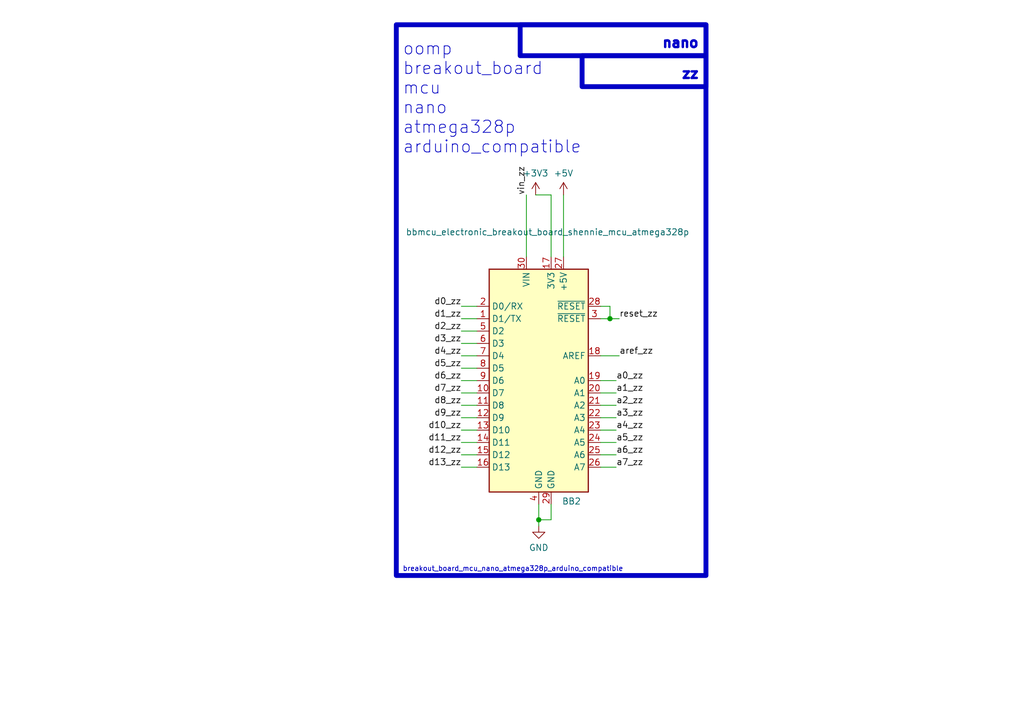
<source format=kicad_sch>
(kicad_sch (version 20230121) (generator eeschema)
  (paper "A5")
  (lib_symbols
    (symbol "oomlout_oomp_part_symbols:bbmcu_electronic_breakout_board_shennie_mcu_atmega328p_arduino_compatible"
      (property "Reference" "BB" (at -10.16 23.495 0))
      (property "Value" "bbmcu_electronic_breakout_board_shennie_mcu_atmega328p_arduino_compatible" (at 5.08 -24.13 0))
      (symbol "bbmcu_electronic_breakout_board_shennie_mcu_atmega328p_arduino_compatible_0_1"
        (rectangle (start -10.16 22.86) (end 10.16 -22.86) (stroke (width 0.254)) (fill (type background)))
      )
      (symbol "bbmcu_electronic_breakout_board_shennie_mcu_atmega328p_arduino_compatible_1_1"
        (pin bidirectional line (at -12.7 12.7 0) (length 2.54) (name "D1/TX") (number "1"))
        (pin bidirectional line (at -12.7 -2.54 0) (length 2.54) (name "D7") (number "10"))
        (pin bidirectional line (at -12.7 -5.08 0) (length 2.54) (name "D8") (number "11"))
        (pin bidirectional line (at -12.7 -7.62 0) (length 2.54) (name "D9") (number "12"))
        (pin bidirectional line (at -12.7 -10.16 0) (length 2.54) (name "D10") (number "13"))
        (pin bidirectional line (at -12.7 -12.7 0) (length 2.54) (name "D11") (number "14"))
        (pin bidirectional line (at -12.7 -15.24 0) (length 2.54) (name "D12") (number "15"))
        (pin bidirectional line (at -12.7 -17.78 0) (length 2.54) (name "D13") (number "16"))
        (pin power_out line (at 2.54 25.4 270) (length 2.54) (name "3V3") (number "17"))
        (pin input line (at 12.7 5.08 180) (length 2.54) (name "AREF") (number "18"))
        (pin bidirectional line (at 12.7 0 180) (length 2.54) (name "A0") (number "19"))
        (pin bidirectional line (at -12.7 15.24 0) (length 2.54) (name "D0/RX") (number "2"))
        (pin bidirectional line (at 12.7 -2.54 180) (length 2.54) (name "A1") (number "20"))
        (pin bidirectional line (at 12.7 -5.08 180) (length 2.54) (name "A2") (number "21"))
        (pin bidirectional line (at 12.7 -7.62 180) (length 2.54) (name "A3") (number "22"))
        (pin bidirectional line (at 12.7 -10.16 180) (length 2.54) (name "A4") (number "23"))
        (pin bidirectional line (at 12.7 -12.7 180) (length 2.54) (name "A5") (number "24"))
        (pin bidirectional line (at 12.7 -15.24 180) (length 2.54) (name "A6") (number "25"))
        (pin bidirectional line (at 12.7 -17.78 180) (length 2.54) (name "A7") (number "26"))
        (pin power_out line (at 5.08 25.4 270) (length 2.54) (name "+5V") (number "27"))
        (pin input line (at 12.7 15.24 180) (length 2.54) (name "~{RESET}") (number "28"))
        (pin power_in line (at 2.54 -25.4 90) (length 2.54) (name "GND") (number "29"))
        (pin input line (at 12.7 12.7 180) (length 2.54) (name "~{RESET}") (number "3"))
        (pin power_in line (at -2.54 25.4 270) (length 2.54) (name "VIN") (number "30"))
        (pin power_in line (at 0 -25.4 90) (length 2.54) (name "GND") (number "4"))
        (pin bidirectional line (at -12.7 10.16 0) (length 2.54) (name "D2") (number "5"))
        (pin bidirectional line (at -12.7 7.62 0) (length 2.54) (name "D3") (number "6"))
        (pin bidirectional line (at -12.7 5.08 0) (length 2.54) (name "D4") (number "7"))
        (pin bidirectional line (at -12.7 2.54 0) (length 2.54) (name "D5") (number "8"))
        (pin bidirectional line (at -12.7 0 0) (length 2.54) (name "D6") (number "9"))
      )
    )
    (symbol "power:+3V3" (power) (pin_names (offset 0))
      (property "Value" "+3V3" (at 0 3.556 0))
      (symbol "+3V3_0_1"
        (polyline (pts (xy -0.762 1.27) (xy 0 2.54)))
        (polyline (pts (xy 0 0) (xy 0 2.54)))
        (polyline (pts (xy 0 2.54) (xy 0.762 1.27)))
      )
      (symbol "+3V3_1_1"
        (pin power_in line (at 0 0 90) (length 0) hide (name "+3V3") (number "1"))
      )
    )
    (symbol "power:+5V" (power) (pin_names (offset 0))
      (property "Value" "+5V" (at 0 3.556 0))
      (symbol "+5V_0_1"
        (polyline (pts (xy -0.762 1.27) (xy 0 2.54)))
        (polyline (pts (xy 0 0) (xy 0 2.54)))
        (polyline (pts (xy 0 2.54) (xy 0.762 1.27)))
      )
      (symbol "+5V_1_1"
        (pin power_in line (at 0 0 90) (length 0) hide (name "+5V") (number "1"))
      )
    )
    (symbol "power:GND" (power) (pin_names (offset 0))
      (property "Value" "GND" (at 0 -3.81 0))
      (symbol "GND_0_1"
        (polyline (pts (xy 0 0) (xy 0 -1.27) (xy 1.27 -1.27) (xy 0 -2.54) (xy -1.27 -1.27) (xy 0 -1.27)))
      )
      (symbol "GND_1_1"
        (pin power_in line (at 0 0 270) (length 0) hide (name "GND") (number "1"))
      )
    )
  )
  (junction (at 125.095 65.405))
  (junction (at 110.49 106.68))
  (wire (pts (xy 94.615 95.885) (xy 97.79 95.885)))
  (wire (pts (xy 107.95 40.005) (xy 107.95 52.705)))
  (wire (pts (xy 94.615 85.725) (xy 97.79 85.725)))
  (wire (pts (xy 94.615 93.345) (xy 97.79 93.345)))
  (wire (pts (xy 94.615 75.565) (xy 97.79 75.565)))
  (wire (pts (xy 123.19 85.725) (xy 126.365 85.725)))
  (wire (pts (xy 113.03 40.005) (xy 113.03 52.705)))
  (wire (pts (xy 94.615 73.025) (xy 97.79 73.025)))
  (wire (pts (xy 113.03 103.505) (xy 113.03 106.68)))
  (wire (pts (xy 123.19 83.185) (xy 126.365 83.185)))
  (wire (pts (xy 110.49 106.68) (xy 110.49 107.95)))
  (wire (pts (xy 110.49 103.505) (xy 110.49 106.68)))
  (wire (pts (xy 123.19 73.025) (xy 127 73.025)))
  (wire (pts (xy 94.615 67.945) (xy 97.79 67.945)))
  (wire (pts (xy 115.57 40.005) (xy 115.57 52.705)))
  (wire (pts (xy 109.855 40.005) (xy 113.03 40.005)))
  (wire (pts (xy 94.615 88.265) (xy 97.79 88.265)))
  (wire (pts (xy 125.095 62.865) (xy 125.095 65.405)))
  (wire (pts (xy 123.19 88.265) (xy 126.365 88.265)))
  (wire (pts (xy 123.19 62.865) (xy 125.095 62.865)))
  (wire (pts (xy 94.615 90.805) (xy 97.79 90.805)))
  (wire (pts (xy 123.19 80.645) (xy 126.365 80.645)))
  (wire (pts (xy 94.615 62.865) (xy 97.79 62.865)))
  (wire (pts (xy 123.19 78.105) (xy 126.365 78.105)))
  (wire (pts (xy 123.19 93.345) (xy 126.365 93.345)))
  (wire (pts (xy 125.095 65.405) (xy 123.19 65.405)))
  (wire (pts (xy 94.615 78.105) (xy 97.79 78.105)))
  (wire (pts (xy 125.095 65.405) (xy 127 65.405)))
  (wire (pts (xy 94.615 80.645) (xy 97.79 80.645)))
  (wire (pts (xy 123.19 90.805) (xy 126.365 90.805)))
  (wire (pts (xy 123.19 95.885) (xy 126.365 95.885)))
  (wire (pts (xy 94.615 70.485) (xy 97.79 70.485)))
  (wire (pts (xy 94.615 65.405) (xy 97.79 65.405)))
  (wire (pts (xy 94.615 83.185) (xy 97.79 83.185)))
  (wire (pts (xy 113.03 106.68) (xy 110.49 106.68)))
  (rectangle (start 119.38 11.43) (end 144.78 17.78) (stroke (width 1)))
  (rectangle (start 106.68 5.08) (end 144.78 11.43) (stroke (width 1)))
  (rectangle (start 81.28 5.08) (end 144.78 118.11) (stroke (width 1)))
  (text "oomp\nbreakout_board\nmcu\nnano\natmega328p\narduino_compatible" (at 82.55 31.75 0) (effects (font (size 2.5 2.5)) (justify left bottom)))
  (text "breakout_board_mcu_nano_atmega328p_arduino_compatible" (at 82.55 117.475 0) (effects (font (size 1 1)) (justify left bottom)))
  (text "nano\n" (at 143.51 10.16 0) (effects (font (size 2 2) (thickness 0.8) bold) (justify right bottom)))
  (text "zz" (at 143.51 16.51 0) (effects (font (size 2 2) (thickness 0.8) bold) (justify right bottom)))
  (label "aref_zz" (at 127 73.025 0))
  (label "d1_zz" (at 94.615 65.405 180))
  (label "d3_zz" (at 94.615 70.485 180))
  (label "d10_zz" (at 94.615 88.265 180))
  (label "a5_zz" (at 126.365 90.805 0))
  (label "a0_zz" (at 126.365 78.105 0))
  (label "d11_zz" (at 94.615 90.805 180))
  (label "a1_zz" (at 126.365 80.645 0))
  (label "a6_zz" (at 126.365 93.345 0))
  (label "d5_zz" (at 94.615 75.565 180))
  (label "d9_zz" (at 94.615 85.725 180))
  (label "d12_zz" (at 94.615 93.345 180))
  (label "d4_zz" (at 94.615 73.025 180))
  (label "a4_zz" (at 126.365 88.265 0))
  (label "a7_zz" (at 126.365 95.885 0))
  (label "d8_zz" (at 94.615 83.185 180))
  (label "d0_zz" (at 94.615 62.865 180))
  (label "d6_zz" (at 94.615 78.105 180))
  (label "vin_zz" (at 107.95 40.005 90))
  (label "d2_zz" (at 94.615 67.945 180))
  (label "a3_zz" (at 126.365 85.725 0))
  (label "d7_zz" (at 94.615 80.645 180))
  (label "d13_zz" (at 94.615 95.885 180))
  (label "reset_zz" (at 127 65.405 0))
  (label "a2_zz" (at 126.365 83.185 0))
  (symbol (lib_id "power:GND") (at 110.49 107.95 0) (unit 1)
    (property "Reference" "#PWR02" (effects hide))
    (property "Value" "GND" (at 110.49 112.395 0))
  )
  (symbol (lib_id "power:+5V") (at 115.57 40.005 0) (unit 1)
    (property "Reference" "#PWR03" (effects hide))
    (property "Value" "+5V" (at 115.57 35.56 0))
  )
  (symbol (lib_id "power:+3V3") (at 109.855 40.005 0) (unit 1)
    (property "Reference" "#PWR04" (effects hide))
    (property "Value" "+3V3" (at 109.855 35.56 0))
  )
  (symbol (lib_id "oomlout_oomp_part_symbols:bbmcu_electronic_breakout_board_shennie_mcu_atmega328p_arduino_compatible") (at 110.49 78.105 0) (unit 1)
    (property "Reference" "BB2" (at 115.2241 102.87 0) (effects (justify left)))
    (property "Value" "bbmcu_electronic_breakout_board_shennie_mcu_atmega328p" (at 83.185 47.625 0) (effects (justify left)))
    (property "Footprint" "oomlout_oomp_part_footprints:bbmcu_electronic_breakout_board_shennie_mcu_atmega328p_arduino_compatible" (effects hide))
    (property "Datasheet" "https://github.com/oomlout/oomlout_oomp_v3/parts/electronic_breakout_board_shennie_mcu_atmega328p_arduino_compatible/datasheet.pdf" (effects hide))
  )
)
</source>
